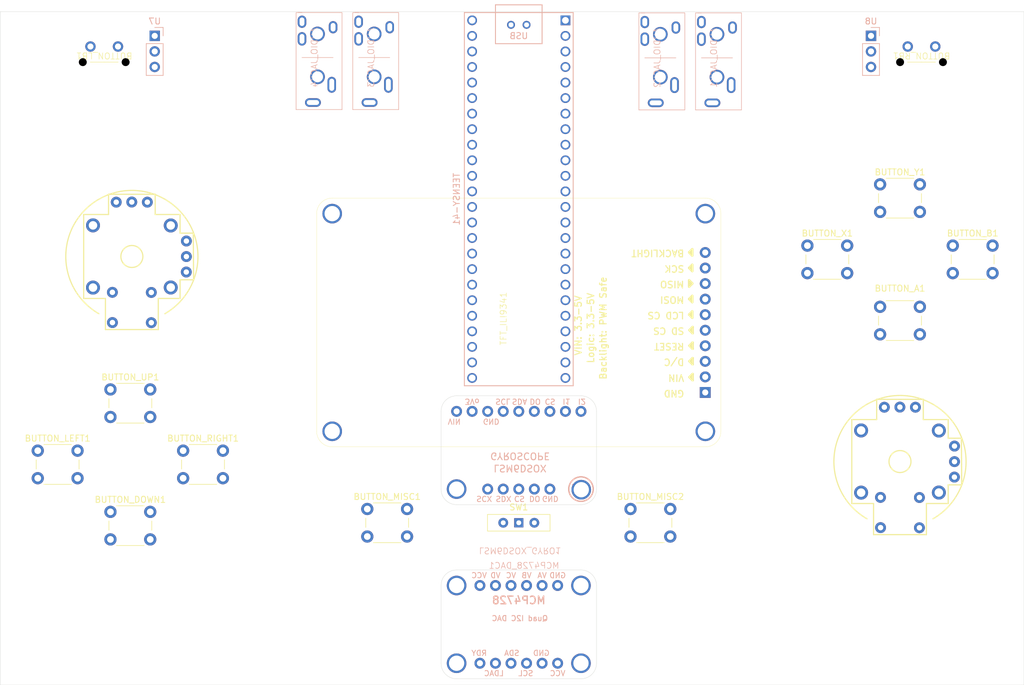
<source format=kicad_pcb>
(kicad_pcb (version 20241229) (generator "pcbnew") (generator_version "9.0")
  (title_block (title "GAMING HANDHELD MIDI CONTROLLER"))
  (layers (0 "F.Cu" signal) (2 "B.Cu" signal) (13 "F.Paste" user) (15 "B.Paste" user) (5 "F.SilkS" user "F.Silkscreen") (7 "B.SilkS" user "B.Silkscreen") (1 "F.Mask" user) (3 "B.Mask" user) (25 "Edge.Cuts" user))
  (net 0 "")
  (net 3 "CV-1")
  (net 5 "GND")
  (net 6 "CV-2")
  (net 12 "CV-3")
  (net 16 "CV-4")
  (net 18 "BUTTON-A")
  (net 19 "BUTTON-B")
  (net 20 "BUTTON-DOWN")
  (net 21 "BUTTON-LB")
  (net 22 "BUTTON-LEFT")
  (net 23 "BUTTON-MISC1")
  (net 24 "BUTTON-MISC2")
  (net 25 "BUTTON-RB")
  (net 26 "BUTTON-RIGHT")
  (net 27 "BUTTON-UP")
  (net 28 "BUTTON-X")
  (net 29 "BUTTON-Y")
  (net 30 "LEFT-JOY-Y")
  (net 31 "+3.3V")
  (net 32 "LEFT-JOY-X")
  (net 33 "LEFT-JOY-SEL")
  (net 34 "WIRE1-SDA")
  (net 41 "INTERRUPT-2")
  (net 42 "WIRE1-SCL")
  (net 43 "INTERRUPT-1")
  (net 50 "RIGHT-JOY-SEL")
  (net 51 "RIGHT-JOY-Y")
  (net 52 "RIGHT-JOY-X")
  (net 53 "BYPASS-SWITCH")
  (net 54 "ILI9341-DISPLAY-MOSI")
  (net 57 "ILI9341-DISPLAY-CS")
  (net 59 "ILI9341-DISPLAY-MISO")
  (net 64 "ILI9341-DISPLAY-DC")
  (net 66 "ILI9341-DISPLAY-SCK")
  (net 67 "LEFT-TRIGGER")
  (net 68 "RIGHT-TRIGGER")
  (net 75 "ILI9341-DISPLAY-RST")
  (footprint "missile-silo-footprints:PS4_joystick" (layer "F.Cu") (at 211.75 89.5 180)
    (property "Reference" "RIGHT_JOYSTICK1" (hide yes))
    (property "Value" "~" (hide yes))
    (pad "B1A" thru_hole circle (at -3.175 -10.8148 180) (size 1.778 1.778) (drill 0.9) (layers "*.Cu" "*.Mask") (net 50 "RIGHT-JOY-SEL"))
    (pad "B1B" thru_hole circle (at 3.175 -10.795 180) (size 1.778 1.778) (drill 0.9) (layers "*.Cu" "*.Mask"))
    (pad "B2A" thru_hole circle (at -3.175 -5.8748 180) (size 1.778 1.778) (drill 0.9) (layers "*.Cu" "*.Mask") (net 5 "GND"))
    (pad "B2B" thru_hole circle (at 3.185 -5.8548 180) (size 1.778 1.778) (drill 0.9) (layers "*.Cu" "*.Mask"))
    (pad "G" thru_hole circle (at -6.35 -5.0648 180) (size 2.286 2.286) (drill 1.397) (layers "*.Cu" "*.Mask") (net 5 "GND"))
    (pad "G" thru_hole circle (at -6.35 5.0652 180) (size 2.286 2.286) (drill 1.397) (layers "*.Cu" "*.Mask") (net 5 "GND"))
    (pad "G" thru_hole circle (at 6.35 -5.08 180) (size 2.286 2.286) (drill 1.397) (layers "*.Cu" "*.Mask") (net 5 "GND"))
    (pad "G" thru_hole circle (at 6.35 5.08 180) (size 2.286 2.286) (drill 1.397) (layers "*.Cu" "*.Mask") (net 5 "GND"))
    (pad "H1" thru_hole circle (at -2.525 8.8752 180) (size 1.778 1.778) (drill 0.889) (layers "*.Cu" "*.Mask") (net 5 "GND"))
    (pad "H2" thru_hole circle (at 0.015 8.8952 180) (size 1.778 1.778) (drill 0.889) (layers "*.Cu" "*.Mask") (net 52 "RIGHT-JOY-X"))
    (pad "H3" thru_hole circle (at 2.555 8.8752 180) (size 1.778 1.778) (drill 0.889) (layers "*.Cu" "*.Mask") (net 31 "+3.3V"))
    (pad "V1" thru_hole circle (at -8.89 -2.54 180) (size 1.778 1.778) (drill 0.889) (layers "*.Cu" "*.Mask") (net 5 "GND"))
    (pad "V2" thru_hole circle (at -8.905 -0.0148 180) (size 1.778 1.778) (drill 0.889) (layers "*.Cu" "*.Mask") (net 51 "RIGHT-JOY-Y"))
    (pad "V3" thru_hole circle (at -8.905 2.5252 180) (size 1.778 1.778) (drill 0.889) (layers "*.Cu" "*.Mask") (net 31 "+3.3V"))
  )
  (footprint "missile-silo-footprints:KIYOKOS-90Button" (layer "F.Cu") (at 81.75 21.25 180)
    (property "Reference" "BUTTON_LB1" (at 0 -1.95 180) (layer "F.SilkS") (effects (font (thickness 0.1))))
    (property "Value" "SW_Push")
    (pad "" np_thru_hole circle (at -3.5 -3 180) (size 1.7 1.7) (drill 1.3) (layers "*.Mask"))
    (pad "" np_thru_hole circle (at 3.5 -3 180) (size 1.7 1.7) (drill 1.3) (layers "*.Mask"))
    (pad "1" thru_hole circle (at -2.25 -0.45 180) (size 1.7 1.7) (drill 1) (layers "*.Cu" "*.Mask") (net 5 "GND"))
    (pad "2" thru_hole circle (at 2.25 -0.45 180) (size 1.7 1.7) (drill 1) (layers "*.Cu" "*.Mask") (net 21 "BUTTON-LB"))
  )
  (footprint "missile-silo-footprints:ILI9341_TFT_DISPLAY" (layer "F.Cu") (at 147.470224 66.149925 90)
    (property "Reference" "TFT_ILI9341" (at 0 -0.5 90) (layer "F.SilkS") (effects (font (thickness 0.1))))
    (property "Value" "~")
    (fp_text user "VIN" (at -9.052075 29.131372 180) (layer "F.SilkS") (effects (font (size 1.0795 1.0795) (thickness 0.1905)) (justify left bottom)))
    (fp_text user "Backlight: PWM Safe" (at -10.057075 16.423372 90) (layer "F.SilkS") (effects (font (size 1.0795 1.0795) (thickness 0.1905)) (justify left bottom)))
    (fp_text user "Logic: 3.3-5V" (at -7.390075 14.391372 90) (layer "F.SilkS") (effects (font (size 1.0795 1.0795) (thickness 0.1905)) (justify left bottom)))
    (fp_text user "MOSI" (at 3.707925 29.131372 180) (layer "F.SilkS") (effects (font (size 1.0795 1.0795) (thickness 0.1905)) (justify left bottom)))
    (fp_text user "MISO" (at 6.247925 29.131372 180) (layer "F.SilkS") (effects (font (size 1.0795 1.0795) (thickness 0.1905)) (justify left bottom)))
    (fp_text user "D/C" (at -6.452075 29.131372 180) (layer "F.SilkS") (effects (font (size 1.0795 1.0795) (thickness 0.1905)) (justify left bottom)))
    (fp_text user "GND" (at -11.592075 29.131372 180) (layer "F.SilkS") (effects (font (size 1.0795 1.0795) (thickness 0.1905)) (justify left bottom)))
    (fp_text user "LCD CS" (at 1.167925 29.131372 180) (layer "F.SilkS") (effects (font (size 1.0795 1.0795) (thickness 0.1905)) (justify left bottom)))
    (fp_text user "BACKLIGHT" (at 11.327925 29.131372 180) (layer "F.SilkS") (effects (font (size 1.0795 1.0795) (thickness 0.1905)) (justify left bottom)))
    (fp_text user "RESET" (at -3.912075 29.131372 180) (layer "F.SilkS") (effects (font (size 1.0795 1.0795) (thickness 0.1905)) (justify left bottom)))
    (fp_text user "VIN: 3.3-5V" (at -6.120075 12.359372 90) (layer "F.SilkS") (effects (font (size 1.0795 1.0795) (thickness 0.1905)) (justify left bottom)))
    (fp_text user "SCK" (at 8.787925 29.131372 180) (layer "F.SilkS") (effects (font (size 1.0795 1.0795) (thickness 0.1905)) (justify left bottom)))
    (fp_text user "SD CS" (at -1.372075 29.131372 180) (layer "F.SilkS") (effects (font (size 1.0795 1.0795) (thickness 0.1905)) (justify left bottom)))
    (pad "1" thru_hole rect (at -12.060075 32.465372 180) (size 1.778 1.778) (drill 1) (layers "*.Cu" "*.Mask") (net 5 "GND"))
    (pad "2" thru_hole circle (at -9.520075 32.465372 180) (size 1.778 1.778) (drill 1) (layers "*.Cu" "*.Mask") (net 31 "+3.3V"))
    (pad "3" thru_hole circle (at -6.980075 32.465372 180) (size 1.778 1.778) (drill 1) (layers "*.Cu" "*.Mask") (net 64 "ILI9341-DISPLAY-DC"))
    (pad "4" thru_hole circle (at -4.440075 32.465372 180) (size 1.778 1.778) (drill 1) (layers "*.Cu" "*.Mask") (net 75 "ILI9341-DISPLAY-RST"))
    (pad "5" thru_hole circle (at -1.900075 32.465372 180) (size 1.778 1.778) (drill 1) (layers "*.Cu" "*.Mask"))
    (pad "6" thru_hole circle (at 0.639925 32.465372 180) (size 1.778 1.778) (drill 1) (layers "*.Cu" "*.Mask") (net 57 "ILI9341-DISPLAY-CS"))
    (pad "7" thru_hole circle (at 3.179925 32.465372 180) (size 1.778 1.778) (drill 1) (layers "*.Cu" "*.Mask") (net 54 "ILI9341-DISPLAY-MOSI"))
    (pad "8" thru_hole circle (at 5.719925 32.465372 180) (size 1.778 1.778) (drill 1) (layers "*.Cu" "*.Mask") (net 59 "ILI9341-DISPLAY-MISO"))
    (pad "9" thru_hole circle (at 8.259925 32.465372 180) (size 1.778 1.778) (drill 1) (layers "*.Cu" "*.Mask") (net 66 "ILI9341-DISPLAY-SCK"))
    (pad "10" thru_hole circle (at 10.799925 32.465372 180) (size 1.778 1.778) (drill 1) (layers "*.Cu" "*.Mask"))
    (pad "P$1" thru_hole circle (at -18.410075 -28.474628 90) (size 3.2 3.2) (drill 2.5) (layers "*.Cu" "*.Mask"))
    (pad "P$1" thru_hole circle (at -18.410075 32.485372 90) (size 3.2 3.2) (drill 2.5) (layers "*.Cu" "*.Mask"))
    (pad "P$1" thru_hole circle (at 17.149925 -28.474628 90) (size 3.2 3.2) (drill 2.5) (layers "*.Cu" "*.Mask"))
    (pad "P$1" thru_hole circle (at 17.149925 32.485372 90) (size 3.2 3.2) (drill 2.5) (layers "*.Cu" "*.Mask"))
  )
  (footprint "Button_Switch_THT:SW_PUSH_6mm" (layer "F.Cu") (at 196.625 54.221502)
    (property "Reference" "BUTTON_X1" (at 3.25 -2 0) (layer "F.SilkS"))
    (property "Value" "SW_Push")
    (pad "1" thru_hole circle (at 0 0 90) (size 2 2) (drill 1.1) (layers "*.Cu" "*.Mask") (net 5 "GND"))
    (pad "1" thru_hole circle (at 6.5 0 90) (size 2 2) (drill 1.1) (layers "*.Cu" "*.Mask") (net 5 "GND"))
    (pad "2" thru_hole circle (at 0 4.5 90) (size 2 2) (drill 1.1) (layers "*.Cu" "*.Mask") (net 28 "BUTTON-X"))
    (pad "2" thru_hole circle (at 6.5 4.5 90) (size 2 2) (drill 1.1) (layers "*.Cu" "*.Mask") (net 28 "BUTTON-X"))
  )
  (footprint "Button_Switch_THT:SW_PUSH_6mm" (layer "F.Cu") (at 220.375 54.221502)
    (property "Reference" "BUTTON_B1" (at 3.25 -2 0) (layer "F.SilkS"))
    (property "Value" "SW_Push")
    (pad "1" thru_hole circle (at 0 0 90) (size 2 2) (drill 1.1) (layers "*.Cu" "*.Mask") (net 5 "GND"))
    (pad "1" thru_hole circle (at 6.5 0 90) (size 2 2) (drill 1.1) (layers "*.Cu" "*.Mask") (net 5 "GND"))
    (pad "2" thru_hole circle (at 0 4.5 90) (size 2 2) (drill 1.1) (layers "*.Cu" "*.Mask") (net 19 "BUTTON-B"))
    (pad "2" thru_hole circle (at 6.5 4.5 90) (size 2 2) (drill 1.1) (layers "*.Cu" "*.Mask") (net 19 "BUTTON-B"))
  )
  (footprint "missile-silo-footprints:PS4_joystick" (layer "F.Cu") (at 86.267857 56 180)
    (property "Reference" "LEFT_JOYSTICK1" (hide yes))
    (property "Value" "~" (hide yes))
    (pad "B1A" thru_hole circle (at -3.175 -10.8148 180) (size 1.778 1.778) (drill 0.9) (layers "*.Cu" "*.Mask") (net 33 "LEFT-JOY-SEL"))
    (pad "B1B" thru_hole circle (at 3.175 -10.795 180) (size 1.778 1.778) (drill 0.9) (layers "*.Cu" "*.Mask"))
    (pad "B2A" thru_hole circle (at -3.175 -5.8748 180) (size 1.778 1.778) (drill 0.9) (layers "*.Cu" "*.Mask") (net 5 "GND"))
    (pad "B2B" thru_hole circle (at 3.185 -5.8548 180) (size 1.778 1.778) (drill 0.9) (layers "*.Cu" "*.Mask"))
    (pad "G" thru_hole circle (at -6.35 -5.0648 180) (size 2.286 2.286) (drill 1.397) (layers "*.Cu" "*.Mask") (net 5 "GND"))
    (pad "G" thru_hole circle (at -6.35 5.0652 180) (size 2.286 2.286) (drill 1.397) (layers "*.Cu" "*.Mask") (net 5 "GND"))
    (pad "G" thru_hole circle (at 6.35 -5.08 180) (size 2.286 2.286) (drill 1.397) (layers "*.Cu" "*.Mask") (net 5 "GND"))
    (pad "G" thru_hole circle (at 6.35 5.08 180) (size 2.286 2.286) (drill 1.397) (layers "*.Cu" "*.Mask") (net 5 "GND"))
    (pad "H1" thru_hole circle (at -2.525 8.8752 180) (size 1.778 1.778) (drill 0.889) (layers "*.Cu" "*.Mask") (net 5 "GND"))
    (pad "H2" thru_hole circle (at 0.015 8.8952 180) (size 1.778 1.778) (drill 0.889) (layers "*.Cu" "*.Mask") (net 32 "LEFT-JOY-X"))
    (pad "H3" thru_hole circle (at 2.555 8.8752 180) (size 1.778 1.778) (drill 0.889) (layers "*.Cu" "*.Mask") (net 31 "+3.3V"))
    (pad "V1" thru_hole circle (at -8.89 -2.54 180) (size 1.778 1.778) (drill 0.889) (layers "*.Cu" "*.Mask") (net 5 "GND"))
    (pad "V2" thru_hole circle (at -8.905 -0.0148 180) (size 1.778 1.778) (drill 0.889) (layers "*.Cu" "*.Mask") (net 30 "LEFT-JOY-Y"))
    (pad "V3" thru_hole circle (at -8.905 2.5252 180) (size 1.778 1.778) (drill 0.889) (layers "*.Cu" "*.Mask") (net 31 "+3.3V"))
  )
  (footprint "Button_Switch_THT:SW_PUSH_6mm" (layer "F.Cu") (at 208.5 64.221502)
    (property "Reference" "BUTTON_A1" (at 3.25 -3 0) (layer "F.SilkS"))
    (property "Value" "SW_Push")
    (pad "1" thru_hole circle (at 0 0 90) (size 2 2) (drill 1.1) (layers "*.Cu" "*.Mask") (net 5 "GND"))
    (pad "1" thru_hole circle (at 6.5 0 90) (size 2 2) (drill 1.1) (layers "*.Cu" "*.Mask") (net 5 "GND"))
    (pad "2" thru_hole circle (at 0 4.5 90) (size 2 2) (drill 1.1) (layers "*.Cu" "*.Mask") (net 18 "BUTTON-A"))
    (pad "2" thru_hole circle (at 6.5 4.5 90) (size 2 2) (drill 1.1) (layers "*.Cu" "*.Mask") (net 18 "BUTTON-A"))
  )
  (footprint "Button_Switch_THT:SW_Slide-03_Wuerth-WS-SLTV_10x2.5x6.4_P2.54mm" (layer "F.Cu") (at 149.475596 99.5)
    (property "Reference" "SW1" (at 0 -2.54 0) (layer "F.SilkS"))
    (property "Value" "BYPASS-SWITCH")
    (pad "1" thru_hole rect (at 0 0) (size 1.5 1.5) (drill 0.8) (layers "*.Cu" "*.Mask") (net 5 "GND"))
    (pad "2" thru_hole circle (at -2.54 0) (size 1.6 1.6) (drill 0.8) (layers "*.Cu" "*.Mask") (net 53 "BYPASS-SWITCH"))
    (pad "3" thru_hole circle (at 2.54 0) (size 1.6 1.6) (drill 0.8) (layers "*.Cu" "*.Mask"))
  )
  (footprint "missile-silo-footprints:KIYOKOS-90Button" (layer "F.Cu") (at 215.266387 21.25 180)
    (property "Reference" "BUTTON_RB1" (at 0 -1.95 180) (layer "F.SilkS") (effects (font (thickness 0.1))))
    (property "Value" "SW_Push")
    (pad "" np_thru_hole circle (at -3.5 -3 180) (size 1.7 1.7) (drill 1.3) (layers "*.Mask"))
    (pad "" np_thru_hole circle (at 3.5 -3 180) (size 1.7 1.7) (drill 1.3) (layers "*.Mask"))
    (pad "1" thru_hole circle (at -2.25 -0.45 180) (size 1.7 1.7) (drill 1) (layers "*.Cu" "*.Mask") (net 5 "GND"))
    (pad "2" thru_hole circle (at 2.25 -0.45 180) (size 1.7 1.7) (drill 1) (layers "*.Cu" "*.Mask") (net 25 "BUTTON-RB"))
  )
  (footprint "Button_Switch_THT:SW_PUSH_6mm" (layer "F.Cu") (at 208.5 44.221502)
    (property "Reference" "BUTTON_Y1" (at 3.25 -2 0) (layer "F.SilkS"))
    (property "Value" "SW_Push")
    (pad "1" thru_hole circle (at 0 0 90) (size 2 2) (drill 1.1) (layers "*.Cu" "*.Mask") (net 5 "GND"))
    (pad "1" thru_hole circle (at 6.5 0 90) (size 2 2) (drill 1.1) (layers "*.Cu" "*.Mask") (net 5 "GND"))
    (pad "2" thru_hole circle (at 0 4.5 90) (size 2 2) (drill 1.1) (layers "*.Cu" "*.Mask") (net 29 "BUTTON-Y"))
    (pad "2" thru_hole circle (at 6.5 4.5 90) (size 2 2) (drill 1.1) (layers "*.Cu" "*.Mask") (net 29 "BUTTON-Y"))
  )
  (footprint "Button_Switch_THT:SW_PUSH_6mm" (layer "F.Cu") (at 167.725596 97.25)
    (property "Reference" "BUTTON_MISC2" (at 3.25 -2 0) (layer "F.SilkS"))
    (property "Value" "SW_Push")
    (pad "1" thru_hole circle (at 0 0 90) (size 2 2) (drill 1.1) (layers "*.Cu" "*.Mask") (net 5 "GND"))
    (pad "1" thru_hole circle (at 6.5 0 90) (size 2 2) (drill 1.1) (layers "*.Cu" "*.Mask") (net 5 "GND"))
    (pad "2" thru_hole circle (at 0 4.5 90) (size 2 2) (drill 1.1) (layers "*.Cu" "*.Mask") (net 24 "BUTTON-MISC2"))
    (pad "2" thru_hole circle (at 6.5 4.5 90) (size 2 2) (drill 1.1) (layers "*.Cu" "*.Mask") (net 24 "BUTTON-MISC2"))
  )
  (footprint "Button_Switch_THT:SW_PUSH_6mm" (layer "F.Cu") (at 94.642857 87.721502)
    (property "Reference" "BUTTON_RIGHT1" (at 3.25 -2 0) (layer "F.SilkS"))
    (property "Value" "SW_Push")
    (pad "1" thru_hole circle (at 0 0 90) (size 2 2) (drill 1.1) (layers "*.Cu" "*.Mask") (net 5 "GND"))
    (pad "1" thru_hole circle (at 6.5 0 90) (size 2 2) (drill 1.1) (layers "*.Cu" "*.Mask") (net 5 "GND"))
    (pad "2" thru_hole circle (at 0 4.5 90) (size 2 2) (drill 1.1) (layers "*.Cu" "*.Mask") (net 26 "BUTTON-RIGHT"))
    (pad "2" thru_hole circle (at 6.5 4.5 90) (size 2 2) (drill 1.1) (layers "*.Cu" "*.Mask") (net 26 "BUTTON-RIGHT"))
  )
  (footprint "Button_Switch_THT:SW_PUSH_6mm" (layer "F.Cu") (at 70.892857 87.721502)
    (property "Reference" "BUTTON_LEFT1" (at 3.25 -2 0) (layer "F.SilkS"))
    (property "Value" "SW_Push")
    (pad "1" thru_hole circle (at 0 0 90) (size 2 2) (drill 1.1) (layers "*.Cu" "*.Mask") (net 5 "GND"))
    (pad "1" thru_hole circle (at 6.5 0 90) (size 2 2) (drill 1.1) (layers "*.Cu" "*.Mask") (net 5 "GND"))
    (pad "2" thru_hole circle (at 0 4.5 90) (size 2 2) (drill 1.1) (layers "*.Cu" "*.Mask") (net 22 "BUTTON-LEFT"))
    (pad "2" thru_hole circle (at 6.5 4.5 90) (size 2 2) (drill 1.1) (layers "*.Cu" "*.Mask") (net 22 "BUTTON-LEFT"))
  )
  (footprint "Button_Switch_THT:SW_PUSH_6mm" (layer "F.Cu") (at 82.767857 77.721502)
    (property "Reference" "BUTTON_UP1" (at 3.25 -2 0) (layer "F.SilkS"))
    (property "Value" "SW_Push")
    (pad "1" thru_hole circle (at 0 0 90) (size 2 2) (drill 1.1) (layers "*.Cu" "*.Mask") (net 5 "GND"))
    (pad "1" thru_hole circle (at 6.5 0 90) (size 2 2) (drill 1.1) (layers "*.Cu" "*.Mask") (net 5 "GND"))
    (pad "2" thru_hole circle (at 0 4.5 90) (size 2 2) (drill 1.1) (layers "*.Cu" "*.Mask") (net 27 "BUTTON-UP"))
    (pad "2" thru_hole circle (at 6.5 4.5 90) (size 2 2) (drill 1.1) (layers "*.Cu" "*.Mask") (net 27 "BUTTON-UP"))
  )
  (footprint "Button_Switch_THT:SW_PUSH_6mm" (layer "F.Cu") (at 82.767857 97.721502)
    (property "Reference" "BUTTON_DOWN1" (at 3.25 -2 0) (layer "F.SilkS"))
    (property "Value" "SW_Push")
    (pad "1" thru_hole circle (at 0 0 90) (size 2 2) (drill 1.1) (layers "*.Cu" "*.Mask") (net 5 "GND"))
    (pad "1" thru_hole circle (at 6.5 0 90) (size 2 2) (drill 1.1) (layers "*.Cu" "*.Mask") (net 5 "GND"))
    (pad "2" thru_hole circle (at 0 4.5 90) (size 2 2) (drill 1.1) (layers "*.Cu" "*.Mask") (net 20 "BUTTON-DOWN"))
    (pad "2" thru_hole circle (at 6.5 4.5 90) (size 2 2) (drill 1.1) (layers "*.Cu" "*.Mask") (net 20 "BUTTON-DOWN"))
  )
  (footprint "Button_Switch_THT:SW_PUSH_6mm" (layer "F.Cu") (at 124.725596 97.25)
    (property "Reference" "BUTTON_MISC1" (at 3.25 -2 0) (layer "F.SilkS"))
    (property "Value" "SW_Push")
    (pad "1" thru_hole circle (at 0 0 90) (size 2 2) (drill 1.1) (layers "*.Cu" "*.Mask") (net 5 "GND"))
    (pad "1" thru_hole circle (at 6.5 0 90) (size 2 2) (drill 1.1) (layers "*.Cu" "*.Mask") (net 5 "GND"))
    (pad "2" thru_hole circle (at 0 4.5 90) (size 2 2) (drill 1.1) (layers "*.Cu" "*.Mask") (net 23 "BUTTON-MISC1"))
    (pad "2" thru_hole circle (at 6.5 4.5 90) (size 2 2) (drill 1.1) (layers "*.Cu" "*.Mask") (net 23 "BUTTON-MISC1"))
  )
  (footprint "missile-silo-footprints:MCP4728_DAC" (layer "B.Cu") (at 149.648596 102.617 180)
    (property "Reference" "MCP4728_DAC1" (at -0.677 -3.883 0) (layer "B.SilkS") (effects (font (thickness 0.1)) (justify mirror)))
    (property "Value" "~")
    (fp_line (start 12.873 -19.833) (end 12.873 -7.133) (stroke (width 0.05)) (layer "Edge.Cuts"))
    (fp_line (start 10.333 -4.593) (end -9.987 -4.593) (stroke (width 0.05)) (layer "Edge.Cuts"))
    (fp_line (start -9.987 -22.373) (end 10.333 -22.373) (stroke (width 0.05)) (layer "Edge.Cuts"))
    (fp_line (start -12.527 -7.133) (end -12.527 -19.833) (stroke (width 0.05)) (layer "Edge.Cuts"))
    (fp_arc (start 12.873 -7.133) (mid 12.129051 -5.336949) (end 10.333 -4.593) (stroke (width 0.05)) (layer "Edge.Cuts"))
    (fp_arc (start 10.333 -22.373) (mid 12.129051 -21.629051) (end 12.873 -19.833) (stroke (width 0.05)) (layer "Edge.Cuts"))
    (fp_arc (start -9.987 -4.593) (mid -11.783051 -5.336949) (end -12.527 -7.133) (stroke (width 0.05)) (layer "Edge.Cuts"))
    (fp_arc (start -12.527 -19.833) (mid -11.783051 -21.629051) (end -9.987 -22.373) (stroke (width 0.05)) (layer "Edge.Cuts"))
    (fp_text user "VCC" (at 6.65 -5.482 0) (layer "B.SilkS") (effects (font (size 0.87376 0.87376) (thickness 0.14224)) (justify mirror)))
    (fp_text user "MCP4728" (at 0.173 -9.546 0) (layer "B.SilkS") (effects (font (size 1.25222 1.25222) (thickness 0.22098)) (justify mirror)))
    (fp_text user "GND" (at -3.51 -18.182 0) (layer "B.SilkS") (effects (font (size 0.87376 0.87376) (thickness 0.14224)) (justify mirror)))
    (fp_text user "VB" (at -1.097 -5.482 0) (layer "B.SilkS") (effects (font (size 0.87376 0.87376) (thickness 0.14224)) (justify mirror)))
    (fp_text user "SCL" (at -0.97 -21.484 0) (layer "B.SilkS") (effects (font (size 0.87376 0.87376) (thickness 0.14224)) (justify mirror)))
    (fp_text user "RDY" (at 6.65 -18.182 0) (layer "B.SilkS") (effects (font (size 0.87376 0.87376) (thickness 0.14224)) (justify mirror)))
    (fp_text user "GND" (at -6.177 -5.482 0) (layer "B.SilkS") (effects (font (size 0.87376 0.87376) (thickness 0.14224)) (justify mirror)))
    (fp_text user "VD" (at 3.983 -5.482 0) (layer "B.SilkS") (effects (font (size 0.87376 0.87376) (thickness 0.14224)) (justify mirror)))
    (fp_text user "VA" (at -3.637 -5.482 0) (layer "B.SilkS") (effects (font (size 0.87376 0.87376) (thickness 0.14224)) (justify mirror)))
    (fp_text user "Quad I2C DAC" (at 0 -12.5 0) (layer "B.SilkS") (effects (font (size 0.8636 0.8636) (thickness 0.1524)) (justify mirror)))
    (fp_text user "VC" (at 1.443 -5.482 0) (layer "B.SilkS") (effects (font (size 0.87376 0.87376) (thickness 0.14224)) (justify mirror)))
    (fp_text user "VCC" (at -6.177 -21.484 0) (layer "B.SilkS") (effects (font (size 0.87376 0.87376) (thickness 0.14224)) (justify mirror)))
    (fp_text user "SDA" (at 1.316 -18.182 0) (layer "B.SilkS") (effects (font (size 0.87376 0.87376) (thickness 0.14224)) (justify mirror)))
    (fp_text user "LDAC" (at 4.237 -21.484 0) (layer "B.SilkS") (effects (font (size 0.87376 0.87376) (thickness 0.14224)) (justify mirror)))
    (pad "1" thru_hole circle (at -6.177 -19.833 90) (size 1.778 1.778) (drill 1) (layers "*.Cu" "*.Mask") (net 31 "+3.3V"))
    (pad "2" thru_hole circle (at -3.637 -19.833 90) (size 1.778 1.778) (drill 1) (layers "*.Cu" "*.Mask") (net 5 "GND"))
    (pad "3" thru_hole circle (at -1.097 -19.833 90) (size 1.778 1.778) (drill 1) (layers "*.Cu" "*.Mask") (net 42 "WIRE1-SCL"))
    (pad "4" thru_hole circle (at 1.443 -19.833 90) (size 1.778 1.778) (drill 1) (layers "*.Cu" "*.Mask") (net 34 "WIRE1-SDA"))
    (pad "5" thru_hole circle (at 3.983 -19.833 90) (size 1.778 1.778) (drill 1) (layers "*.Cu" "*.Mask"))
    (pad "6" thru_hole circle (at 6.523 -19.833 90) (size 1.778 1.778) (drill 1) (layers "*.Cu" "*.Mask"))
    (pad "7" thru_hole circle (at -6.177 -7.133 90) (size 1.778 1.778) (drill 1) (layers "*.Cu" "*.Mask"))
    (pad "8" thru_hole circle (at -3.637 -7.133 90) (size 1.778 1.778) (drill 1) (layers "*.Cu" "*.Mask") (net 3 "CV-1"))
    (pad "9" thru_hole circle (at -1.097 -7.133 90) (size 1.778 1.778) (drill 1) (layers "*.Cu" "*.Mask") (net 6 "CV-2"))
    (pad "10" thru_hole circle (at 1.443 -7.133 90) (size 1.778 1.778) (drill 1) (layers "*.Cu" "*.Mask") (net 12 "CV-3"))
    (pad "11" thru_hole circle (at 3.983 -7.133 90) (size 1.778 1.778) (drill 1) (layers "*.Cu" "*.Mask") (net 16 "CV-4"))
    (pad "12" thru_hole circle (at 6.523 -7.133 90) (size 1.778 1.778) (drill 1) (layers "*.Cu" "*.Mask"))
    (pad "P$1" thru_hole circle (at -9.987 -19.833 180) (size 3.2 3.2) (drill 2.5) (layers "*.Cu" "*.Mask"))
    (pad "P$1" thru_hole circle (at -9.987 -7.133 180) (size 3.2 3.2) (drill 2.5) (layers "*.Cu" "*.Mask"))
    (pad "P$1" thru_hole circle (at 10.333 -19.833 180) (size 3.2 3.2) (drill 2.5) (layers "*.Cu" "*.Mask"))
    (pad "P$1" thru_hole circle (at 10.333 -7.133 180) (size 3.2 3.2) (drill 2.5) (layers "*.Cu" "*.Mask"))
  )
  (footprint "Connector_PinHeader_2.54mm:PinHeader_1x03_P2.54mm_Vertical" (layer "B.Cu") (at 90 19.96 180)
    (property "Reference" "U7" (at 0 2.38 0) (layer "B.SilkS") (effects (justify mirror)))
    (property "Value" "LEFT-TRIGGER")
    (pad "1" thru_hole rect (at 0 0 180) (size 1.7 1.7) (drill 1) (layers "*.Cu" "*.Mask"))
    (pad "2" thru_hole circle (at 0 -2.54 180) (size 1.7 1.7) (drill 1) (layers "*.Cu" "*.Mask"))
    (pad "3" thru_hole circle (at 0 -5.08 180) (size 1.7 1.7) (drill 1) (layers "*.Cu" "*.Mask"))
  )
  (footprint "Connector_PinHeader_2.54mm:PinHeader_1x03_P2.54mm_Vertical" (layer "B.Cu") (at 207.016387 19.96 180)
    (property "Reference" "U8" (at 0 2.38 0) (layer "B.SilkS") (effects (justify mirror)))
    (property "Value" "RIGHT-TRIGGER")
    (pad "1" thru_hole rect (at 0 0 180) (size 1.7 1.7) (drill 1) (layers "*.Cu" "*.Mask"))
    (pad "2" thru_hole circle (at 0 -2.54 180) (size 1.7 1.7) (drill 1) (layers "*.Cu" "*.Mask"))
    (pad "3" thru_hole circle (at 0 -5.08 180) (size 1.7 1.7) (drill 1) (layers "*.Cu" "*.Mask"))
  )
  (footprint "missile-silo-footprints:Audio_Jack" (layer "B.Cu") (at 125.852262 23.5 -90)
    (property "Reference" "AUDIO_JACK3" (at 0 0.51 90) (layer "B.SilkS") (effects (font (thickness 0.1)) (justify mirror)))
    (property "Value" "CV_OUT_3")
    (pad "" np_thru_hole circle (at -3.85 0 270) (size 2.4 2.4) (drill 1.8) (layers "*.Cu" "*.Mask"))
    (pad "" np_thru_hole circle (at 3.15 0 270) (size 2.4 2.4) (drill 1.8) (layers "*.Cu" "*.Mask"))
    (pad "R" thru_hole oval (at -3.05 2.54 270) (size 2.2 1.4) (drill oval 1.6 0.8) (layers "*.Cu" "*.Mask"))
    (pad "RN" thru_hole oval (at -5.85 2.54 270) (size 2 1.4) (drill oval 1.4 0.8) (layers "*.Cu" "*.Mask"))
    (pad "S" thru_hole oval (at -4.95 -2.54 270) (size 2 1.4) (drill oval 1.4 0.8) (layers "*.Cu" "*.Mask") (net 5 "GND"))
    (pad "T" thru_hole oval (at 4.45 -2.32 270) (size 2.6 1.4) (drill oval 2 0.8) (layers "*.Cu" "*.Mask") (net 12 "CV-3"))
    (pad "TN" thru_hole oval (at 7.35 0.75 180) (size 2.6 1.4) (drill oval 2 0.8) (layers "*.Cu" "*.Mask"))
  )
  (footprint "missile-silo-footprints:Audio_Jack" (layer "B.Cu") (at 172.598929 23.55 -90)
    (property "Reference" "AUDIO_JACK2" (at 0 0.51 90) (layer "B.SilkS") (effects (font (thickness 0.1)) (justify mirror)))
    (property "Value" "CV_OUT_2")
    (pad "" np_thru_hole circle (at -3.85 0 270) (size 2.4 2.4) (drill 1.8) (layers "*.Cu" "*.Mask"))
    (pad "" np_thru_hole circle (at 3.15 0 270) (size 2.4 2.4) (drill 1.8) (layers "*.Cu" "*.Mask"))
    (pad "R" thru_hole oval (at -3.05 2.54 270) (size 2.2 1.4) (drill oval 1.6 0.8) (layers "*.Cu" "*.Mask"))
    (pad "RN" thru_hole oval (at -5.85 2.54 270) (size 2 1.4) (drill oval 1.4 0.8) (layers "*.Cu" "*.Mask"))
    (pad "S" thru_hole oval (at -4.95 -2.54 270) (size 2 1.4) (drill oval 1.4 0.8) (layers "*.Cu" "*.Mask") (net 5 "GND"))
    (pad "T" thru_hole oval (at 4.45 -2.32 270) (size 2.6 1.4) (drill oval 2 0.8) (layers "*.Cu" "*.Mask") (net 6 "CV-2"))
    (pad "TN" thru_hole oval (at 7.35 0.75 180) (size 2.6 1.4) (drill oval 2 0.8) (layers "*.Cu" "*.Mask"))
  )
  (footprint "missile-silo-footprints:Audio_Jack" (layer "B.Cu") (at 116.598929 23.5 -90)
    (property "Reference" "AUDIO_JACK4" (at 0 0.51 90) (layer "B.SilkS") (effects (font (thickness 0.1)) (justify mirror)))
    (property "Value" "CV_OUT_4")
    (pad "" np_thru_hole circle (at -3.85 0 270) (size 2.4 2.4) (drill 1.8) (layers "*.Cu" "*.Mask"))
    (pad "" np_thru_hole circle (at 3.15 0 270) (size 2.4 2.4) (drill 1.8) (layers "*.Cu" "*.Mask"))
    (pad "R" thru_hole oval (at -3.05 2.54 270) (size 2.2 1.4) (drill oval 1.6 0.8) (layers "*.Cu" "*.Mask"))
    (pad "RN" thru_hole oval (at -5.85 2.54 270) (size 2 1.4) (drill oval 1.4 0.8) (layers "*.Cu" "*.Mask"))
    (pad "S" thru_hole oval (at -4.95 -2.54 270) (size 2 1.4) (drill oval 1.4 0.8) (layers "*.Cu" "*.Mask") (net 5 "GND"))
    (pad "T" thru_hole oval (at 4.45 -2.32 270) (size 2.6 1.4) (drill oval 2 0.8) (layers "*.Cu" "*.Mask") (net 16 "CV-4"))
    (pad "TN" thru_hole oval (at 7.35 0.75 180) (size 2.6 1.4) (drill oval 2 0.8) (layers "*.Cu" "*.Mask"))
  )
  (footprint "teensy:Teensy41-prod-design" (layer "B.Cu") (at 149.475596 46.635 -90)
    (property "Reference" "TEENSY-41" (at 0 10.16 90) (layer "B.SilkS") (effects (justify mirror)))
    (property "Value" "Teensy4.1")
    (fp_text user "USB" (at -26.67 0 0) (layer "B.SilkS") (effects (justify mirror)))
    (pad "1" thru_hole rect (at -29.21 -7.62 270) (size 1.6 1.6) (drill 1.1) (layers "*.Cu" "*.Mask") (net 5 "GND"))
    (pad "2" thru_hole circle (at -26.67 -7.62 270) (size 1.6 1.6) (drill 1.1) (layers "*.Cu" "*.Mask"))
    (pad "3" thru_hole circle (at -24.13 -7.62 270) (size 1.6 1.6) (drill 1.1) (layers "*.Cu" "*.Mask") (net 53 "BYPASS-SWITCH"))
    (pad "4" thru_hole circle (at -21.59 -7.62 270) (size 1.6 1.6) (drill 1.1) (layers "*.Cu" "*.Mask") (net 33 "LEFT-JOY-SEL"))
    (pad "5" thru_hole circle (at -19.05 -7.62 270) (size 1.6 1.6) (drill 1.1) (layers "*.Cu" "*.Mask") (net 50 "RIGHT-JOY-SEL"))
    (pad "6" thru_hole circle (at -16.51 -7.62 270) (size 1.6 1.6) (drill 1.1) (layers "*.Cu" "*.Mask"))
    (pad "7" thru_hole circle (at -13.97 -7.62 270) (size 1.6 1.6) (drill 1.1) (layers "*.Cu" "*.Mask"))
    (pad "8" thru_hole circle (at -11.43 -7.62 270) (size 1.6 1.6) (drill 1.1) (layers "*.Cu" "*.Mask") (net 25 "BUTTON-RB"))
    (pad "9" thru_hole circle (at -8.89 -7.62 270) (size 1.6 1.6) (drill 1.1) (layers "*.Cu" "*.Mask") (net 21 "BUTTON-LB"))
    (pad "10" thru_hole circle (at -6.35 -7.62 270) (size 1.6 1.6) (drill 1.1) (layers "*.Cu" "*.Mask") (net 23 "BUTTON-MISC1"))
    (pad "11" thru_hole circle (at -3.81 -7.62 270) (size 1.6 1.6) (drill 1.1) (layers "*.Cu" "*.Mask") (net 24 "BUTTON-MISC2"))
    (pad "12" thru_hole circle (at -1.27 -7.62 270) (size 1.6 1.6) (drill 1.1) (layers "*.Cu" "*.Mask") (net 57 "ILI9341-DISPLAY-CS"))
    (pad "13" thru_hole circle (at 1.27 -7.62 270) (size 1.6 1.6) (drill 1.1) (layers "*.Cu" "*.Mask") (net 54 "ILI9341-DISPLAY-MOSI"))
    (pad "14" thru_hole circle (at 3.81 -7.62 270) (size 1.6 1.6) (drill 1.1) (layers "*.Cu" "*.Mask") (net 59 "ILI9341-DISPLAY-MISO"))
    (pad "15" thru_hole circle (at 6.35 -7.62 270) (size 1.6 1.6) (drill 1.1) (layers "*.Cu" "*.Mask"))
    (pad "16" thru_hole circle (at 8.89 -7.62 270) (size 1.6 1.6) (drill 1.1) (layers "*.Cu" "*.Mask"))
    (pad "17" thru_hole circle (at 11.43 -7.62 270) (size 1.6 1.6) (drill 1.1) (layers "*.Cu" "*.Mask") (net 19 "BUTTON-B"))
    (pad "18" thru_hole circle (at 13.97 -7.62 270) (size 1.6 1.6) (drill 1.1) (layers "*.Cu" "*.Mask") (net 18 "BUTTON-A"))
    (pad "19" thru_hole circle (at 16.51 -7.62 270) (size 1.6 1.6) (drill 1.1) (layers "*.Cu" "*.Mask") (net 29 "BUTTON-Y"))
    (pad "20" thru_hole circle (at 19.05 -7.62 270) (size 1.6 1.6) (drill 1.1) (layers "*.Cu" "*.Mask") (net 28 "BUTTON-X"))
    (pad "21" thru_hole circle (at 21.59 -7.62 270) (size 1.6 1.6) (drill 1.1) (layers "*.Cu" "*.Mask") (net 26 "BUTTON-RIGHT"))
    (pad "22" thru_hole circle (at 24.13 -7.62 270) (size 1.6 1.6) (drill 1.1) (layers "*.Cu" "*.Mask") (net 22 "BUTTON-LEFT"))
    (pad "23" thru_hole circle (at 26.67 -7.62 270) (size 1.6 1.6) (drill 1.1) (layers "*.Cu" "*.Mask") (net 20 "BUTTON-DOWN"))
    (pad "24" thru_hole circle (at 29.21 -7.62 270) (size 1.6 1.6) (drill 1.1) (layers "*.Cu" "*.Mask") (net 27 "BUTTON-UP"))
    (pad "25" thru_hole circle (at 29.21 7.62 270) (size 1.6 1.6) (drill 1.1) (layers "*.Cu" "*.Mask") (net 75 "ILI9341-DISPLAY-RST"))
    (pad "26" thru_hole circle (at 26.67 7.62 270) (size 1.6 1.6) (drill 1.1) (layers "*.Cu" "*.Mask") (net 64 "ILI9341-DISPLAY-DC"))
    (pad "27" thru_hole circle (at 24.13 7.62 270) (size 1.6 1.6) (drill 1.1) (layers "*.Cu" "*.Mask"))
    (pad "28" thru_hole circle (at 21.59 7.62 270) (size 1.6 1.6) (drill 1.1) (layers "*.Cu" "*.Mask") (net 43 "INTERRUPT-1"))
    (pad "29" thru_hole circle (at 19.05 7.62 270) (size 1.6 1.6) (drill 1.1) (layers "*.Cu" "*.Mask") (net 41 "INTERRUPT-2"))
    (pad "30" thru_hole circle (at 16.51 7.62 270) (size 1.6 1.6) (drill 1.1) (layers "*.Cu" "*.Mask"))
    (pad "31" thru_hole circle (at 13.97 7.62 270) (size 1.6 1.6) (drill 1.1) (layers "*.Cu" "*.Mask"))
    (pad "32" thru_hole circle (at 11.43 7.62 270) (size 1.6 1.6) (drill 1.1) (layers "*.Cu" "*.Mask"))
    (pad "33" thru_hole circle (at 8.89 7.62 270) (size 1.6 1.6) (drill 1.1) (layers "*.Cu" "*.Mask"))
    (pad "34" thru_hole circle (at 6.35 7.62 270) (size 1.6 1.6) (drill 1.1) (layers "*.Cu" "*.Mask"))
    (pad "35" thru_hole circle (at 3.81 7.62 270) (size 1.6 1.6) (drill 1.1) (layers "*.Cu" "*.Mask") (net 66 "ILI9341-DISPLAY-SCK"))
    (pad "36" thru_hole circle (at 1.27 7.62 270) (size 1.6 1.6) (drill 1.1) (layers "*.Cu" "*.Mask") (net 67 "LEFT-TRIGGER"))
    (pad "37" thru_hole circle (at -1.27 7.62 270) (size 1.6 1.6) (drill 1.1) (layers "*.Cu" "*.Mask") (net 68 "RIGHT-TRIGGER"))
    (pad "38" thru_hole circle (at -3.81 7.62 270) (size 1.6 1.6) (drill 1.1) (layers "*.Cu" "*.Mask"))
    (pad "39" thru_hole circle (at -6.35 7.62 270) (size 1.6 1.6) (drill 1.1) (layers "*.Cu" "*.Mask"))
    (pad "40" thru_hole circle (at -8.89 7.62 270) (size 1.6 1.6) (drill 1.1) (layers "*.Cu" "*.Mask") (net 34 "WIRE1-SDA"))
    (pad "41" thru_hole circle (at -11.43 7.62 270) (size 1.6 1.6) (drill 1.1) (layers "*.Cu" "*.Mask") (net 42 "WIRE1-SCL"))
    (pad "42" thru_hole circle (at -13.97 7.62 270) (size 1.6 1.6) (drill 1.1) (layers "*.Cu" "*.Mask") (net 32 "LEFT-JOY-X"))
    (pad "43" thru_hole circle (at -16.51 7.62 270) (size 1.6 1.6) (drill 1.1) (layers "*.Cu" "*.Mask") (net 30 "LEFT-JOY-Y"))
    (pad "44" thru_hole circle (at -19.05 7.62 270) (size 1.6 1.6) (drill 1.1) (layers "*.Cu" "*.Mask") (net 52 "RIGHT-JOY-X"))
    (pad "45" thru_hole circle (at -21.59 7.62 270) (size 1.6 1.6) (drill 1.1) (layers "*.Cu" "*.Mask") (net 51 "RIGHT-JOY-Y"))
    (pad "46" thru_hole circle (at -24.13 7.62 270) (size 1.6 1.6) (drill 1.1) (layers "*.Cu" "*.Mask"))
    (pad "47" thru_hole circle (at -26.67 7.62 270) (size 1.6 1.6) (drill 1.1) (layers "*.Cu" "*.Mask") (net 5 "GND"))
    (pad "48" thru_hole circle (at -29.21 7.62 270) (size 1.6 1.6) (drill 1.1) (layers "*.Cu" "*.Mask") (net 31 "+3.3V"))
    (pad "66" thru_hole circle (at -28.48 1.27 270) (size 1.3 1.3) (drill 0.8) (layers "*.Cu" "*.Mask"))
    (pad "67" thru_hole circle (at -28.48 -1.27 270) (size 1.3 1.3) (drill 0.8) (layers "*.Cu" "*.Mask"))
  )
  (footprint "missile-silo-footprints:LSM6DSOX_GYRO" (layer "B.Cu") (at 149.685407 104.099569)
    (property "Reference" "LSM6DSOX_GYRO1" (at 0 -0.049569 180) (layer "B.SilkS") (effects (font (thickness 0.1)) (justify mirror)))
    (property "Value" "~")
    (fp_poly (pts (xy 10.05631 -10.096906) (xy 9.270773 -9.311369) (xy 8.555589 -9.311369) (xy 8.555589 -10.887769) (xy 9.323039 -10.887769)) (fill yes) (layer "F.Cu"))
    (fp_poly (pts (xy 11.344789 -9.311369) (xy 9.634296 -9.311369) (xy 10.393337 -10.099569) (xy 9.634296 -10.887769) (xy 11.344789 -10.887769)) (fill yes) (layer "F.Cu"))
    (fp_line (start -12.909811 -10.099569) (end -12.909811 -22.799569) (stroke (width 0.05)) (layer "Edge.Cuts"))
    (fp_line (start -10.369811 -25.339569) (end 9.950189 -25.339569) (stroke (width 0.05)) (layer "Edge.Cuts"))
    (fp_line (start 9.950189 -7.559569) (end -10.369811 -7.559569) (stroke (width 0.05)) (layer "Edge.Cuts"))
    (fp_line (start 12.490189 -22.799569) (end 12.490189 -10.099569) (stroke (width 0.05)) (layer "Edge.Cuts"))
    (fp_arc (start -12.909811 -22.799569) (mid -12.165862 -24.59562) (end -10.369811 -25.339569) (stroke (width 0.05)) (layer "Edge.Cuts"))
    (fp_arc (start -10.369811 -7.559569) (mid -12.165862 -8.303518) (end -12.909811 -10.099569) (stroke (width 0.05)) (layer "Edge.Cuts"))
    (fp_arc (start 9.950189 -25.339569) (mid 11.746241 -24.595621) (end 12.490189 -22.799569) (stroke (width 0.05)) (layer "Edge.Cuts"))
    (fp_arc (start 12.490189 -10.099569) (mid 11.746229 -8.303542) (end 9.950189 -7.559569) (stroke (width 0.05)) (layer "Edge.Cuts"))
    (fp_text user "DO" (at 2.469889 -24.406119 180) (layer "B.SilkS") (effects (font (size 0.87376 0.87376) (thickness 0.14224)) (justify mirror)))
    (fp_text user "CS" (at 4.895589 -24.406119 180) (layer "B.SilkS") (effects (font (size 0.87376 0.87376) (thickness 0.14224)) (justify mirror)))
    (fp_text user "SCL" (at -2.813311 -24.406119 180) (layer "B.SilkS") (effects (font (size 0.87376 0.87376) (thickness 0.14224)) (justify mirror)))
    (fp_text user "I1" (at 7.587989 -24.406119 180) (layer "B.SilkS") (effects (font (size 0.87376 0.87376) (thickness 0.14224)) (justify mirror)))
    (fp_text user "SDX" (at -2.699011 -8.531119 180) (layer "B.SilkS") (effects (font (size 0.87376 0.87376) (thickness 0.14224)) (justify mirror)))
    (fp_text user "LSM6DSOX" (at 0 -13.5 180) (layer "B.SilkS") (effects (font (size 1.1049 1.1049) (thickness 0.1651)) (justify mirror)))
    (fp_text user "GND" (at 4.933689 -8.531119 180) (layer "B.SilkS") (effects (font (size 0.87376 0.87376) (thickness 0.14224)) (justify mirror)))
    (fp_text user "CS" (at -0.108211 -8.531119 180) (layer "B.SilkS") (effects (font (size 0.87376 0.87376) (thickness 0.14224)) (justify mirror)))
    (fp_text user "VIN" (at -10.750811 -21.148569 180) (layer "B.SilkS") (effects (font (size 0.87376 0.87376) (thickness 0.14224)) (justify mirror)))
    (fp_text user "SCX" (at -5.861311 -8.531119 180) (layer "B.SilkS") (effects (font (size 0.87376 0.87376) (thickness 0.14224)) (justify mirror)))
    (fp_text user "GYROSCOPE" (at 0 -15.5 180) (layer "B.SilkS") (effects (font (size 1.1049 1.1049) (thickness 0.1651)) (justify mirror)))
    (fp_text user "SDA" (at -0.082811 -24.406119 180) (layer "B.SilkS") (effects (font (size 0.87376 0.87376) (thickness 0.14224)) (justify mirror)))
    (fp_text user "I2" (at 10.102589 -24.406119 180) (layer "B.SilkS") (effects (font (size 0.87376 0.87376) (thickness 0.14224)) (justify mirror)))
    (fp_text user "DO" (at 2.393689 -8.531119 180) (layer "B.SilkS") (effects (font (size 0.87376 0.87376) (thickness 0.14224)) (justify mirror)))
    (fp_text user "GND" (at -4.718311 -21.148569 180) (layer "B.SilkS") (effects (font (size 0.87376 0.87376) (thickness 0.14224)) (justify mirror)))
    (fp_text user "3Vo" (at -7.829811 -24.406119 180) (layer "B.SilkS") (effects (font (size 0.87376 0.87376) (thickness 0.14224)) (justify mirror)))
    (pad "1" thru_hole circle (at -10.369811 -22.799569 270) (size 1.778 1.778) (drill 1) (layers "*.Cu" "*.Mask") (net 31 "+3.3V"))
    (pad "2" thru_hole circle (at -7.829811 -22.799569 270) (size 1.778 1.778) (drill 1) (layers "*.Cu" "*.Mask"))
    (pad "3" thru_hole circle (at -5.289811 -22.799569 270) (size 1.778 1.778) (drill 1) (layers "*.Cu" "*.Mask") (net 5 "GND"))
    (pad "4" thru_hole circle (at -2.749811 -22.799569 270) (size 1.778 1.778) (drill 1) (layers "*.Cu" "*.Mask") (net 42 "WIRE1-SCL"))
    (pad "5" thru_hole circle (at -0.209811 -22.799569 270) (size 1.778 1.778) (drill 1) (layers "*.Cu" "*.Mask") (net 34 "WIRE1-SDA"))
    (pad "6" thru_hole circle (at 2.330189 -22.799569 270) (size 1.778 1.778) (drill 1) (layers "*.Cu" "*.Mask"))
    (pad "7" thru_hole circle (at 4.870189 -22.799569 270) (size 1.778 1.778) (drill 1) (layers "*.Cu" "*.Mask"))
    (pad "8" thru_hole circle (at 7.410189 -22.799569 270) (size 1.778 1.778) (drill 1) (layers "*.Cu" "*.Mask") (net 43 "INTERRUPT-1"))
    (pad "9" thru_hole circle (at 9.950189 -22.799569 270) (size 1.778 1.778) (drill 1) (layers "*.Cu" "*.Mask") (net 41 "INTERRUPT-2"))
    (pad "10" thru_hole circle (at -5.289811 -10.099569 90) (size 1.778 1.778) (drill 1) (layers "*.Cu" "*.Mask"))
    (pad "11" thru_hole circle (at -2.749811 -10.099569 90) (size 1.778 1.778) (drill 1) (layers "*.Cu" "*.Mask"))
    (pad "12" thru_hole circle (at -0.209811 -10.099569 90) (size 1.778 1.778) (drill 1) (layers "*.Cu" "*.Mask"))
    (pad "13" thru_hole circle (at 2.330189 -10.099569 90) (size 1.778 1.778) (drill 1) (layers "*.Cu" "*.Mask"))
    (pad "14" thru_hole circle (at 4.870189 -10.099569 90) (size 1.778 1.778) (drill 1) (layers "*.Cu" "*.Mask"))
    (pad "P$1" thru_hole circle (at -10.369811 -10.099569) (size 3.2 3.2) (drill 2.5) (layers "*.Cu" "*.Mask"))
    (pad "P$1" thru_hole circle (at 10 -10) (size 3.2 3.2) (drill 2.5) (layers "*.Cu" "*.Mask"))
  )
  (footprint "missile-silo-footprints:Audio_Jack" (layer "B.Cu") (at 181.852262 23.55 -90)
    (property "Reference" "AUDIO_JACK1" (at 0 0.51 90) (layer "B.SilkS") (effects (font (thickness 0.1)) (justify mirror)))
    (property "Value" "CV_OUT_1")
    (pad "" np_thru_hole circle (at -3.85 0 270) (size 2.4 2.4) (drill 1.8) (layers "*.Cu" "*.Mask"))
    (pad "" np_thru_hole circle (at 3.15 0 270) (size 2.4 2.4) (drill 1.8) (layers "*.Cu" "*.Mask"))
    (pad "R" thru_hole oval (at -3.05 2.54 270) (size 2.2 1.4) (drill oval 1.6 0.8) (layers "*.Cu" "*.Mask"))
    (pad "RN" thru_hole oval (at -5.85 2.54 270) (size 2 1.4) (drill oval 1.4 0.8) (layers "*.Cu" "*.Mask"))
    (pad "S" thru_hole oval (at -4.95 -2.54 270) (size 2 1.4) (drill oval 1.4 0.8) (layers "*.Cu" "*.Mask") (net 5 "GND"))
    (pad "T" thru_hole oval (at 4.45 -2.32 270) (size 2.6 1.4) (drill oval 2 0.8) (layers "*.Cu" "*.Mask") (net 3 "CV-1"))
    (pad "TN" thru_hole oval (at 7.35 0.75 180) (size 2.6 1.4) (drill oval 2 0.8) (layers "*.Cu" "*.Mask"))
  )
  (gr_rect (start 64.75 16) (end 232 126) (stroke (width 0.05)) (fill no) (layer "Edge.Cuts"))
)
</source>
